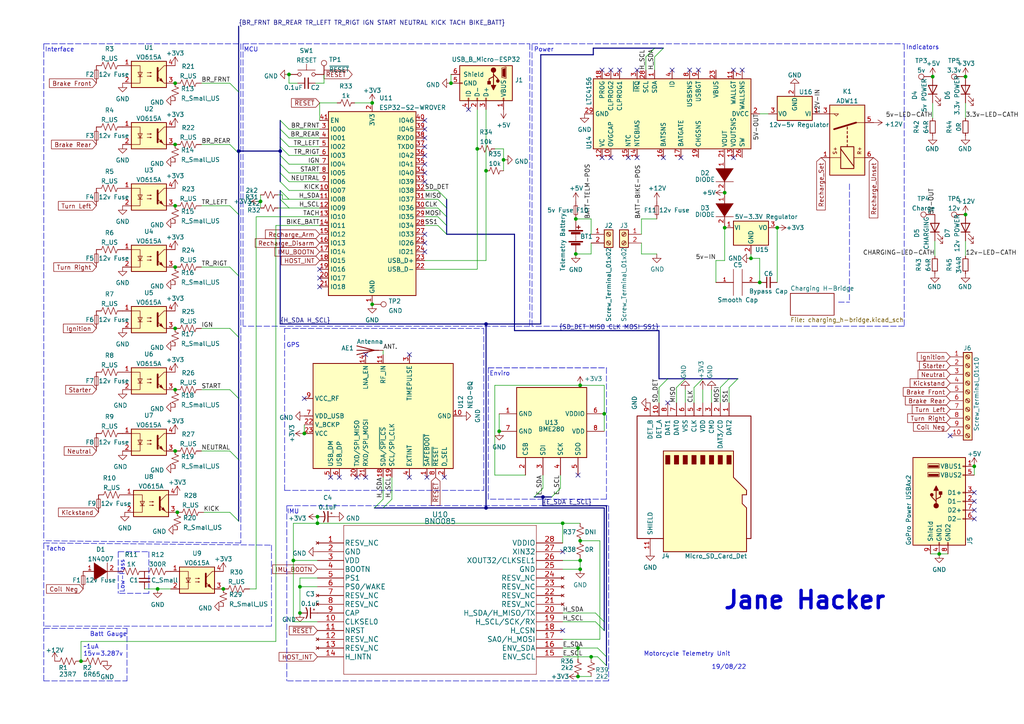
<source format=kicad_sch>
(kicad_sch (version 20211123) (generator eeschema)
  (paper "A4")
  (bus_alias "INPUT" (members))
  (junction (at 163.195 151.765))
  (junction (at 272.415 160.655))
  (junction (at 167.005 63.5))
  (junction (at 50.8 24.13))
  (junction (at 146.05 46.355))
  (junction (at 167.64 187.96))
  (junction (at 23.495 191.77))
  (junction (at 50.8 77.47))
  (junction (at 75.565 58.42))
  (junction (at 171.45 190.5))
  (junction (at 175.26 120.015))
  (junction (at 167.005 73.66))
  (junction (at 88.265 125.73))
  (junction (at 168.275 165.1))
  (junction (at 210.185 55.88))
  (junction (at 225.425 66.04))
  (junction (at 81.28 43.815))
  (junction (at 144.78 125.095))
  (junction (at 85.09 162.56))
  (junction (at 50.8 130.81))
  (junction (at 220.345 81.915))
  (junction (at 217.805 74.93))
  (junction (at 92.075 151.765))
  (junction (at 50.8 59.69))
  (junction (at 168.275 162.56))
  (junction (at 92.075 149.86))
  (junction (at 140.97 147.32))
  (junction (at 168.275 156.845))
  (junction (at 64.77 170.815))
  (junction (at 69.215 43.815))
  (junction (at 107.95 88.265))
  (junction (at 157.48 144.145))
  (junction (at 280.035 22.225))
  (junction (at 270.51 22.225))
  (junction (at 50.8 95.25))
  (junction (at 50.8 113.03))
  (junction (at 282.575 135.255))
  (junction (at 140.97 93.98))
  (junction (at 86.995 177.8))
  (junction (at 50.8 41.91))
  (junction (at 140.97 49.53))
  (junction (at 86.995 170.18))
  (junction (at 138.43 43.18))
  (junction (at 168.275 111.76))
  (junction (at 210.185 66.04))
  (junction (at 45.72 170.815))
  (junction (at 280.035 62.23))
  (junction (at 167.64 196.215))
  (junction (at 83.82 21.59))
  (junction (at 51.435 148.59))
  (junction (at 130.81 24.13))
  (junction (at 107.95 29.845))
  (no_connect (at 167.64 137.795))
  (no_connect (at 193.675 116.84))
  (no_connect (at 135.89 31.75))
  (no_connect (at 95.885 138.43))
  (no_connect (at 98.425 138.43))
  (no_connect (at 103.505 138.43))
  (no_connect (at 106.045 138.43))
  (no_connect (at 123.825 138.43))
  (no_connect (at 282.575 142.875))
  (no_connect (at 282.575 145.415))
  (no_connect (at 282.575 147.955))
  (no_connect (at 282.575 150.495))
  (no_connect (at 163.195 160.02))
  (no_connect (at 163.195 182.88))
  (no_connect (at 184.785 20.32))
  (no_connect (at 179.705 20.32))
  (no_connect (at 177.165 20.32))
  (no_connect (at 174.625 20.32))
  (no_connect (at 182.245 45.72))
  (no_connect (at 184.785 45.72))
  (no_connect (at 192.405 45.72))
  (no_connect (at 197.485 45.72))
  (no_connect (at 202.565 20.32))
  (no_connect (at 200.025 20.32))
  (no_connect (at 194.945 20.32))
  (no_connect (at 174.625 45.72))
  (no_connect (at 177.165 45.72))
  (no_connect (at 215.265 20.32))
  (no_connect (at 212.725 20.32))
  (no_connect (at 212.725 45.72))
  (no_connect (at 275.59 126.365))
  (no_connect (at 88.265 115.57))
  (no_connect (at 106.045 102.87))
  (no_connect (at 118.745 102.87))
  (no_connect (at 118.745 138.43))
  (no_connect (at 128.905 138.43))
  (no_connect (at 92.71 78.105))
  (no_connect (at 92.71 83.185))
  (no_connect (at 92.71 80.645))
  (no_connect (at 123.19 34.925))
  (no_connect (at 123.19 50.165))
  (no_connect (at 123.19 52.705))
  (no_connect (at 123.19 67.945))
  (no_connect (at 123.19 70.485))
  (no_connect (at 123.19 37.465))
  (no_connect (at 123.19 40.005))
  (no_connect (at 123.19 42.545))
  (no_connect (at 123.19 45.085))
  (no_connect (at 123.19 47.625))
  (no_connect (at 123.19 73.025))
  (bus_entry (at 127 60.325) (size 2.54 2.54))
  (bus_entry (at 198.755 109.855) (size -2.54 2.54))
  (bus_entry (at 189.865 13.97) (size -2.54 2.54))
  (bus_entry (at 81.28 50.165) (size 2.54 2.54))
  (bus_entry (at 66.675 24.13) (size 2.54 2.54))
  (bus_entry (at 66.675 41.91) (size 2.54 2.54))
  (bus_entry (at 175.895 190.5) (size -2.54 -2.54))
  (bus_entry (at 66.675 113.03) (size 2.54 2.54))
  (bus_entry (at 66.675 77.47) (size 2.54 2.54))
  (bus_entry (at 111.125 147.32) (size 2.54 -2.54))
  (bus_entry (at 154.94 144.145) (size 2.54 -2.54))
  (bus_entry (at 81.28 40.005) (size 2.54 2.54))
  (bus_entry (at 81.28 47.625) (size 2.54 2.54))
  (bus_entry (at 160.02 144.145) (size 2.54 -2.54))
  (bus_entry (at 66.675 130.81) (size 2.54 2.54))
  (bus_entry (at 66.675 95.25) (size 2.54 2.54))
  (bus_entry (at 81.28 52.705) (size 2.54 2.54))
  (bus_entry (at 66.675 148.59) (size 2.54 2.54))
  (bus_entry (at 175.26 182.88) (size -2.54 -2.54))
  (bus_entry (at 213.995 109.855) (size -2.54 2.54))
  (bus_entry (at 108.585 147.32) (size 2.54 -2.54))
  (bus_entry (at 81.28 42.545) (size 2.54 2.54))
  (bus_entry (at 192.405 13.97) (size -2.54 2.54))
  (bus_entry (at 193.675 109.855) (size -2.54 2.54))
  (bus_entry (at 81.28 45.085) (size 2.54 2.54))
  (bus_entry (at 175.26 180.34) (size -2.54 -2.54))
  (bus_entry (at 81.28 37.465) (size 2.54 2.54))
  (bus_entry (at 175.895 193.04) (size -2.54 -2.54))
  (bus_entry (at 81.28 57.785) (size 2.54 2.54))
  (bus_entry (at 81.28 55.245) (size 2.54 2.54))
  (bus_entry (at 201.295 112.395) (size 2.54 -2.54))
  (bus_entry (at 208.915 112.395) (size 2.54 -2.54))
  (bus_entry (at 127 62.865) (size 2.54 2.54))
  (bus_entry (at 127 57.785) (size 2.54 2.54))
  (bus_entry (at 127 65.405) (size 2.54 2.54))
  (bus_entry (at 127 55.245) (size 2.54 2.54))
  (bus_entry (at 81.28 34.925) (size 2.54 2.54))
  (bus_entry (at 66.675 59.69) (size 2.54 2.54))
  (wire (pts (xy 217.805 73.66) (xy 217.805 74.93)))
  (wire (pts (xy 138.43 78.105) (xy 123.19 78.105)))
  (wire (pts (xy 83.82 52.705) (xy 92.71 52.705)))
  (wire (pts (xy 143.51 111.76) (xy 168.275 111.76)))
  (wire (pts (xy 93.98 24.13) (xy 93.98 21.59)))
  (wire (pts (xy 123.19 57.785) (xy 127 57.785)))
  (bus (pts (xy 129.54 67.945) (xy 149.225 67.945)))
  (wire (pts (xy 163.195 151.765) (xy 163.195 157.48)))
  (wire (pts (xy 92.075 180.34) (xy 85.09 180.34)))
  (bus (pts (xy 156.845 15.875) (xy 172.085 15.875)))
  (wire (pts (xy 186.055 70.485) (xy 186.055 73.66)))
  (wire (pts (xy 168.275 111.76) (xy 175.26 111.76)))
  (wire (pts (xy 86.995 177.8) (xy 86.995 170.18)))
  (bus (pts (xy 211.455 109.855) (xy 203.835 109.855)))
  (polyline (pts (xy 12.7 182.245) (xy 36.83 182.245)))
  (wire (pts (xy 111.125 138.43) (xy 111.125 144.78)))
  (wire (pts (xy 111.125 101.6) (xy 111.125 102.87)))
  (bus (pts (xy 193.675 109.855) (xy 191.135 109.855)))
  (wire (pts (xy 92.71 29.845) (xy 92.71 34.925)))
  (wire (pts (xy 92.71 65.405) (xy 80.01 65.405)))
  (polyline (pts (xy 154.305 12.7) (xy 262.255 12.7)))
  (wire (pts (xy 167.005 63.5) (xy 171.45 63.5)))
  (wire (pts (xy 80.645 56.515) (xy 81.915 56.515)))
  (wire (pts (xy 83.82 47.625) (xy 92.71 47.625)))
  (wire (pts (xy 280.035 34.29) (xy 280.035 29.845)))
  (wire (pts (xy 83.82 40.005) (xy 92.71 40.005)))
  (wire (pts (xy 74.295 62.865) (xy 74.295 170.815)))
  (bus (pts (xy 129.54 57.785) (xy 129.54 60.325)))
  (wire (pts (xy 203.835 113.03) (xy 203.835 116.84)))
  (wire (pts (xy 123.19 65.405) (xy 127 65.405)))
  (wire (pts (xy 80.645 60.325) (xy 83.82 60.325)))
  (wire (pts (xy 167.64 187.96) (xy 167.64 191.135)))
  (wire (pts (xy 208.915 112.395) (xy 208.915 116.84)))
  (bus (pts (xy 149.225 67.945) (xy 149.225 95.885)))
  (polyline (pts (xy 83.185 146.685) (xy 83.185 197.485)))
  (wire (pts (xy 85.09 151.765) (xy 92.075 151.765)))
  (bus (pts (xy 175.26 147.32) (xy 175.26 180.34)))
  (wire (pts (xy 198.755 113.03) (xy 198.755 116.84)))
  (polyline (pts (xy 243.205 87.63) (xy 246.38 87.63)))
  (wire (pts (xy 83.82 57.785) (xy 92.71 57.785)))
  (bus (pts (xy 213.995 109.855) (xy 211.455 109.855)))
  (wire (pts (xy 59.055 148.59) (xy 66.675 148.59)))
  (wire (pts (xy 130.81 21.59) (xy 130.81 24.13)))
  (bus (pts (xy 69.215 80.01) (xy 69.215 97.79)))
  (wire (pts (xy 58.42 59.69) (xy 66.675 59.69)))
  (wire (pts (xy 220.345 74.93) (xy 220.345 81.915)))
  (wire (pts (xy 220.345 33.02) (xy 222.885 33.02)))
  (wire (pts (xy 163.195 162.56) (xy 168.275 162.56)))
  (polyline (pts (xy 141.605 106.68) (xy 175.895 106.68)))
  (wire (pts (xy 201.295 112.395) (xy 201.295 116.84)))
  (wire (pts (xy 58.42 41.91) (xy 66.675 41.91)))
  (wire (pts (xy 92.075 167.64) (xy 86.995 167.64)))
  (wire (pts (xy 190.5 73.66) (xy 186.055 73.66)))
  (bus (pts (xy 154.94 144.145) (xy 157.48 144.145)))
  (bus (pts (xy 81.28 34.925) (xy 81.28 37.465)))
  (wire (pts (xy 123.19 60.325) (xy 127 60.325)))
  (wire (pts (xy 206.375 113.03) (xy 206.375 116.84)))
  (bus (pts (xy 81.28 55.245) (xy 81.28 57.785)))
  (wire (pts (xy 143.51 137.795) (xy 143.51 111.76)))
  (polyline (pts (xy 141.605 144.78) (xy 141.605 106.68)))
  (bus (pts (xy 129.54 62.865) (xy 129.54 65.405)))
  (wire (pts (xy 157.48 137.795) (xy 157.48 141.605)))
  (wire (pts (xy 138.43 31.75) (xy 138.43 43.18)))
  (wire (pts (xy 167.64 196.215) (xy 171.45 196.215)))
  (wire (pts (xy 92.075 151.765) (xy 163.195 151.765)))
  (wire (pts (xy 163.195 177.8) (xy 172.72 177.8)))
  (wire (pts (xy 23.495 186.055) (xy 80.01 186.055)))
  (wire (pts (xy 83.82 45.085) (xy 92.71 45.085)))
  (wire (pts (xy 168.275 162.56) (xy 168.275 165.1)))
  (bus (pts (xy 81.28 57.785) (xy 81.28 93.98)))
  (wire (pts (xy 163.195 165.1) (xy 168.275 165.1)))
  (polyline (pts (xy 78.74 158.115) (xy 78.74 181.61)))
  (wire (pts (xy 163.195 151.765) (xy 168.275 151.765)))
  (polyline (pts (xy 36.83 182.245) (xy 36.83 197.485)))
  (wire (pts (xy 58.42 113.03) (xy 66.675 113.03)))
  (wire (pts (xy 271.145 74.295) (xy 271.145 69.85)))
  (wire (pts (xy 92.075 151.765) (xy 92.075 149.86)))
  (bus (pts (xy 69.215 133.35) (xy 69.215 151.13)))
  (polyline (pts (xy 43.18 172.085) (xy 34.29 172.085)))
  (wire (pts (xy 45.72 170.815) (xy 49.53 170.815)))
  (wire (pts (xy 146.05 43.18) (xy 143.51 43.18)))
  (polyline (pts (xy 12.7 12.7) (xy 12.7 156.845)))
  (wire (pts (xy 210.185 75.565) (xy 207.645 75.565)))
  (wire (pts (xy 83.82 24.13) (xy 86.36 24.13)))
  (wire (pts (xy 75.565 58.42) (xy 75.565 60.325)))
  (polyline (pts (xy 12.7 157.48) (xy 78.74 158.115)))
  (bus (pts (xy 198.755 109.855) (xy 193.675 109.855)))
  (polyline (pts (xy 83.185 146.685) (xy 176.53 146.685)))
  (wire (pts (xy 146.05 46.355) (xy 146.05 43.18)))
  (polyline (pts (xy 12.7 197.485) (xy 12.7 182.245)))
  (wire (pts (xy 138.43 43.18) (xy 138.43 78.105)))
  (polyline (pts (xy 262.255 12.7) (xy 262.255 94.615)))
  (wire (pts (xy 191.135 112.395) (xy 191.135 116.84)))
  (bus (pts (xy 69.215 43.815) (xy 69.215 44.45)))
  (polyline (pts (xy 34.29 160.02) (xy 43.18 160.02)))
  (polyline (pts (xy 176.53 197.485) (xy 83.185 197.485)))
  (polyline (pts (xy 12.7 197.485) (xy 36.83 197.485)))
  (wire (pts (xy 144.78 120.015) (xy 144.78 125.095)))
  (polyline (pts (xy 69.85 157.48) (xy 12.7 156.845)))
  (wire (pts (xy 163.195 187.96) (xy 167.64 187.96)))
  (bus (pts (xy 69.215 26.67) (xy 69.215 43.815)))
  (bus (pts (xy 81.28 42.545) (xy 81.28 43.815)))
  (wire (pts (xy 171.45 190.5) (xy 171.45 191.135)))
  (wire (pts (xy 80.01 65.405) (xy 80.01 186.055)))
  (wire (pts (xy 75.565 56.515) (xy 75.565 58.42)))
  (wire (pts (xy 167.64 187.96) (xy 173.355 187.96)))
  (wire (pts (xy 272.415 160.655) (xy 274.955 160.655)))
  (wire (pts (xy 175.26 111.76) (xy 175.26 120.015)))
  (polyline (pts (xy 153.67 12.7) (xy 153.67 94.615)))
  (wire (pts (xy 270.51 34.29) (xy 270.51 29.845)))
  (bus (pts (xy 175.895 146.685) (xy 175.895 190.5)))
  (wire (pts (xy 83.82 50.165) (xy 92.71 50.165)))
  (bus (pts (xy 140.97 93.98) (xy 140.97 147.32)))
  (bus (pts (xy 149.225 95.885) (xy 191.135 95.885)))
  (bus (pts (xy 192.405 13.97) (xy 189.865 13.97)))
  (wire (pts (xy 186.055 63.5) (xy 186.055 67.945)))
  (bus (pts (xy 69.215 43.815) (xy 81.28 43.815)))
  (bus (pts (xy 81.28 43.815) (xy 81.28 45.085)))
  (wire (pts (xy 162.56 137.795) (xy 162.56 141.605)))
  (wire (pts (xy 123.19 75.565) (xy 140.97 75.565)))
  (wire (pts (xy 163.195 185.42) (xy 173.99 185.42)))
  (wire (pts (xy 58.42 24.13) (xy 66.675 24.13)))
  (wire (pts (xy 163.195 180.34) (xy 172.72 180.34)))
  (bus (pts (xy 81.28 37.465) (xy 81.28 40.005)))
  (bus (pts (xy 81.28 45.085) (xy 81.28 47.625)))
  (polyline (pts (xy 176.53 146.685) (xy 176.53 197.485)))
  (wire (pts (xy 146.05 49.53) (xy 146.05 46.355)))
  (bus (pts (xy 69.215 44.45) (xy 69.215 62.23)))
  (bus (pts (xy 81.28 47.625) (xy 81.28 50.165)))
  (wire (pts (xy 85.09 180.34) (xy 85.09 162.56)))
  (polyline (pts (xy 175.895 144.78) (xy 141.605 144.78)))
  (wire (pts (xy 282.575 135.255) (xy 282.575 137.795)))
  (wire (pts (xy 102.87 29.845) (xy 107.95 29.845)))
  (polyline (pts (xy 82.55 142.24) (xy 82.55 95.25)))
  (bus (pts (xy 203.835 109.855) (xy 198.755 109.855)))
  (bus (pts (xy 175.895 193.04) (xy 175.895 190.5)))
  (wire (pts (xy 83.82 60.325) (xy 92.71 60.325)))
  (polyline (pts (xy 43.18 160.02) (xy 43.18 172.085)))
  (wire (pts (xy 175.26 120.015) (xy 175.26 125.095)))
  (bus (pts (xy 156.845 93.98) (xy 156.845 15.875)))
  (bus (pts (xy 172.085 13.97) (xy 189.865 13.97)))
  (polyline (pts (xy 175.895 106.68) (xy 175.895 144.78)))
  (bus (pts (xy 175.26 182.88) (xy 175.26 180.34)))
  (bus (pts (xy 157.48 144.145) (xy 160.02 144.145)))
  (wire (pts (xy 210.185 66.04) (xy 210.185 75.565)))
  (wire (pts (xy 168.275 161.925) (xy 168.275 162.56)))
  (bus (pts (xy 129.54 65.405) (xy 129.54 67.945)))
  (bus (pts (xy 140.97 147.32) (xy 175.26 147.32)))
  (bus (pts (xy 111.125 147.32) (xy 140.97 147.32)))
  (wire (pts (xy 92.075 162.56) (xy 85.09 162.56)))
  (polyline (pts (xy 140.335 95.25) (xy 140.335 142.24)))
  (wire (pts (xy 58.42 95.25) (xy 66.675 95.25)))
  (polyline (pts (xy 262.255 94.615) (xy 154.305 94.615)))
  (wire (pts (xy 113.665 138.43) (xy 113.665 144.78)))
  (polyline (pts (xy 82.55 142.24) (xy 140.335 142.24)))
  (bus (pts (xy 108.585 147.32) (xy 111.125 147.32)))
  (wire (pts (xy 152.4 137.795) (xy 143.51 137.795)))
  (wire (pts (xy 81.915 56.515) (xy 81.915 57.785)))
  (polyline (pts (xy 82.55 95.25) (xy 140.335 95.25)))
  (wire (pts (xy 196.215 112.395) (xy 196.215 116.84)))
  (wire (pts (xy 140.97 31.75) (xy 140.97 49.53)))
  (bus (pts (xy 81.28 40.005) (xy 81.28 42.545)))
  (wire (pts (xy 83.82 21.59) (xy 83.82 24.13)))
  (wire (pts (xy 211.455 112.395) (xy 211.455 116.84)))
  (wire (pts (xy 83.82 55.245) (xy 92.71 55.245)))
  (wire (pts (xy 220.345 74.93) (xy 217.805 74.93)))
  (wire (pts (xy 91.44 24.13) (xy 93.98 24.13)))
  (bus (pts (xy 81.28 50.165) (xy 81.28 52.705)))
  (wire (pts (xy 207.645 75.565) (xy 207.645 81.915)))
  (polyline (pts (xy 78.74 181.61) (xy 12.7 181.61)))
  (wire (pts (xy 83.82 42.545) (xy 92.71 42.545)))
  (wire (pts (xy 92.71 62.865) (xy 74.295 62.865)))
  (polyline (pts (xy 246.38 53.34) (xy 246.38 87.63)))
  (bus (pts (xy 69.215 115.57) (xy 69.215 133.35)))
  (bus (pts (xy 157.48 146.685) (xy 175.895 146.685)))
  (bus (pts (xy 69.215 62.23) (xy 69.215 80.01)))
  (polyline (pts (xy 141.605 106.68) (xy 175.895 106.68)))
  (wire (pts (xy 171.45 73.66) (xy 171.45 70.485)))
  (wire (pts (xy 83.82 37.465) (xy 92.71 37.465)))
  (wire (pts (xy 72.39 170.815) (xy 74.295 170.815)))
  (wire (pts (xy 58.42 77.47) (xy 66.675 77.47)))
  (wire (pts (xy 41.91 170.815) (xy 45.72 170.815)))
  (polyline (pts (xy 34.29 160.02) (xy 34.29 172.085)))
  (wire (pts (xy 81.915 57.785) (xy 83.82 57.785)))
  (bus (pts (xy 69.215 97.79) (xy 69.215 115.57)))
  (wire (pts (xy 171.45 190.5) (xy 173.355 190.5)))
  (bus (pts (xy 81.28 93.98) (xy 140.97 93.98)))
  (wire (pts (xy 123.19 55.245) (xy 127 55.245)))
  (wire (pts (xy 190.5 63.5) (xy 186.055 63.5)))
  (bus (pts (xy 191.135 95.885) (xy 191.135 109.855)))
  (bus (pts (xy 157.48 144.145) (xy 157.48 146.685)))
  (wire (pts (xy 86.995 167.64) (xy 86.995 170.18)))
  (wire (pts (xy 171.45 63.5) (xy 171.45 67.945)))
  (wire (pts (xy 85.09 162.56) (xy 85.09 151.765)))
  (wire (pts (xy 23.495 191.77) (xy 23.495 186.055)))
  (wire (pts (xy 225.425 66.04) (xy 225.425 81.915)))
  (bus (pts (xy 129.54 60.325) (xy 129.54 62.865)))
  (polyline (pts (xy 153.67 94.615) (xy 70.485 94.615)))
  (wire (pts (xy 86.995 170.18) (xy 92.075 170.18)))
  (polyline (pts (xy 69.85 12.7) (xy 69.85 157.48)))
  (wire (pts (xy 167.005 73.66) (xy 171.45 73.66)))
  (wire (pts (xy 92.71 29.845) (xy 97.79 29.845)))
  (polyline (pts (xy 154.305 94.615) (xy 154.305 12.7)))
  (bus (pts (xy 69.215 7.62) (xy 69.215 26.67)))
  (polyline (pts (xy 12.7 12.7) (xy 69.85 12.7)))
  (wire (pts (xy 168.275 156.845) (xy 173.99 156.845)))
  (bus (pts (xy 172.085 15.875) (xy 172.085 13.97)))
  (polyline (pts (xy 12.7 157.48) (xy 12.7 181.61)))
  (bus (pts (xy 140.97 93.98) (xy 156.845 93.98)))
  (wire (pts (xy 58.42 130.81) (xy 66.675 130.81)))
  (polyline (pts (xy 70.485 12.7) (xy 70.485 94.615)))
  (polyline (pts (xy 70.485 12.7) (xy 153.67 12.7)))
  (wire (pts (xy 189.865 16.51) (xy 189.865 20.32)))
  (wire (pts (xy 88.265 123.19) (xy 88.265 125.73)))
  (wire (pts (xy 123.19 62.865) (xy 127 62.865)))
  (wire (pts (xy 173.99 156.845) (xy 173.99 185.42)))
  (wire (pts (xy 280.035 74.295) (xy 280.035 69.85)))
  (wire (pts (xy 140.97 49.53) (xy 140.97 75.565)))
  (wire (pts (xy 187.325 16.51) (xy 187.325 20.32)))
  (wire (pts (xy 269.875 160.655) (xy 272.415 160.655)))
  (wire (pts (xy 163.195 190.5) (xy 171.45 190.5)))
  (text "MCU" (at 74.93 15.24 180) (effects (font (size 1.27 1.27)) (justify right bottom)))
  (text "Jane Hacker" (at 209.55 177.165 0) (effects (font (size 5 5) (thickness 1) bold) (justify left bottom)))
  (text "Low-Pass" (at 36.195 172.085 90) (effects (font (size 1.27 1.27)) (justify left bottom)))
  (text "Interface" (at 21.59 15.24 180) (effects (font (size 1.27 1.27)) (justify right bottom)))
  (text "Power" (at 160.655 15.24 180) (effects (font (size 1.27 1.27)) (justify right bottom)))
  (text "Motorcycle Telemetry Unit" (at 186.69 190.5 0) (effects (font (size 1.27 1.27)) (justify left bottom)))
  (text "19/08/22" (at 206.375 194.31 0) (effects (font (size 1.27 1.27)) (justify left bottom)))
  (text "GPS" (at 86.995 100.965 180) (effects (font (size 1.27 1.27)) (justify right bottom)))
  (text "Enviro\n" (at 147.955 109.22 180) (effects (font (size 1.27 1.27)) (justify right bottom)))
  (text "Batt Gauge" (at 26.035 184.785 0) (effects (font (size 1.27 1.27)) (justify left bottom)))
  (text "Indicators" (at 272.415 14.605 180) (effects (font (size 1.27 1.27)) (justify right bottom)))
  (text "~1uA\n15v=3.287v" (at 24.13 190.5 0) (effects (font (size 1.27 1.27)) (justify left bottom)))
  (text "IMU" (at 83.185 149.225 0) (effects (font (size 1.27 1.27)) (justify left bottom)))
  (text "Tacho" (at 13.335 160.02 0) (effects (font (size 1.27 1.27)) (justify left bottom)))
  (label "BR_FRNT" (at 58.42 24.13 0))
  (label "BR_FRNT" (at 92.71 37.465 180))
  (label "MISO" (at 123.19 57.785 0))
  (label "{E_SDA E_SCL}" (at 157.48 146.685 0))
  (label "SS1" (at 123.19 65.405 0))
  (label "SD_DET" (at 191.135 116.84 90))
  (label "NEUTRAL" (at 58.42 130.81 0))
  (label "IGN" (at 58.42 95.25 0))
  (label "NEUTRAL" (at 92.71 52.705 180))
  (label "KICK" (at 92.71 55.245 180))
  (label "H_SDA" (at 92.71 57.785 180))
  (label "5v-IN" (at 207.645 75.565 180))
  (label "KICK" (at 59.055 148.59 0))
  (label "E_SDA" (at 163.195 187.96 0))
  (label "H_SCL" (at 187.325 20.32 90))
  (label "12v-LED-CATH" (at 280.035 74.295 0))
  (label "H_SDA" (at 163.195 177.8 0))
  (label "TR_LEFT" (at 58.42 59.69 0))
  (label "E_SDA" (at 157.48 137.795 270))
  (label "BIKE_BATT" (at 92.71 65.405 180))
  (label "MOSI" (at 208.915 116.84 90))
  (label "ANT." (at 111.125 101.6 0))
  (label "TACH" (at 92.71 62.865 180))
  (label "{SD_DET MISO CLK MOSI SS1}" (at 191.135 95.885 180))
  (label "BR_REAR" (at 92.71 40.005 180))
  (label "BATT-TELM-POS" (at 171.45 63.5 90))
  (label "TR_RIGT" (at 92.71 45.085 180))
  (label "5V-OUT" (at 220.345 33.02 270))
  (label "BATT-BIKE-POS" (at 186.055 63.5 90))
  (label "E_SCL" (at 163.195 190.5 0))
  (label "H_SCL" (at 113.665 138.43 270))
  (label "BR_REAR" (at 58.42 41.91 0))
  (label "5V-OUT" (at 271.145 62.23 90))
  (label "IGN" (at 92.71 47.625 180))
  (label "CLK" (at 201.295 116.84 90))
  (label "H_SCL" (at 163.195 180.34 0))
  (label "3.3v-LED-CATH" (at 280.035 34.29 0))
  (label "SS1" (at 211.455 116.84 90))
  (label "{BR_FRNT BR_REAR TR_LEFT TR_RIGT IGN START NEUTRAL KICK TACH BIKE_BATT}" (at 69.215 7.62 0))
  (label "MOSI" (at 123.19 62.865 0))
  (label "TR_LEFT" (at 92.71 42.545 180))
  (label "START" (at 92.71 50.165 180))
  (label "CHARGING-LED-CATH" (at 271.145 74.295 180))
  (label "5v-LED-CATH" (at 270.51 34.29 180))
  (label "E_SCL" (at 162.56 137.795 270))
  (label "H_SDA" (at 111.125 138.43 270))
  (label "H_SDA" (at 189.865 20.32 90))
  (label "CLK" (at 123.19 60.325 0))
  (label "H_SCL" (at 92.71 60.325 180))
  (label "{H_SDA H_SCL}" (at 81.28 93.98 0))
  (label "SD_DET" (at 123.19 55.245 0))
  (label "MISO" (at 196.215 116.84 90))
  (label "12V-IN" (at 238.125 33.02 90))
  (label "TR_RIGT" (at 58.42 77.47 0))
  (label "START" (at 58.42 113.03 0))
  (global_label "Neutral" (shape input) (at 27.94 130.81 180) (property "Intersheet References" "${INTERSHEET_REFS}" (effects hide)))
  (global_label "Turn Left" (shape input) (at 275.59 118.745 180) (property "Intersheet References" "${INTERSHEET_REFS}" (effects hide)))
  (global_label "~{RESET}" (shape output) (at 93.98 21.59 0) (property "Intersheet References" "${INTERSHEET_REFS}" (effects hide)))
  (global_label "IMU_BOOTN" (shape input) (at 92.075 165.1 180) (property "Intersheet References" "${INTERSHEET_REFS}" (effects hide)))
  (global_label "Coil Neg" (shape input) (at 275.59 123.825 180) (property "Intersheet References" "${INTERSHEET_REFS}" (effects hide)))
  (global_label "Brake Front" (shape input) (at 27.94 24.13 180) (property "Intersheet References" "${INTERSHEET_REFS}" (effects hide)))
  (global_label "IMU_BOOTN" (shape input) (at 92.71 73.025 180) (property "Intersheet References" "${INTERSHEET_REFS}" (effects hide)))
  (global_label "Kickstand" (shape input) (at 28.575 148.59 180) (property "Intersheet References" "${INTERSHEET_REFS}" (effects hide)))
  (global_label "Turn Right" (shape input) (at 27.94 77.47 180) (property "Intersheet References" "${INTERSHEET_REFS}" (effects hide)))
  (global_label "Kickstand" (shape input) (at 275.59 111.125 180) (property "Intersheet References" "${INTERSHEET_REFS}" (effects hide)))
  (global_label "HOST_INT" (shape input) (at 92.075 190.5 180) (property "Intersheet References" "${INTERSHEET_REFS}" (effects hide)))
  (global_label "~{RESET}" (shape input) (at 126.365 138.43 270) (property "Intersheet References" "${INTERSHEET_REFS}" (effects hide)))
  (global_label "~{RESET}" (shape input) (at 92.075 182.88 180) (property "Intersheet References" "${INTERSHEET_REFS}" (effects hide)))
  (global_label "Brake Rear" (shape input) (at 27.94 41.91 180) (property "Intersheet References" "${INTERSHEET_REFS}" (effects hide)))
  (global_label "Neutral" (shape input) (at 275.59 108.585 180) (property "Intersheet References" "${INTERSHEET_REFS}" (effects hide)))
  (global_label "Coil Neg" (shape input) (at 24.13 170.815 180) (property "Intersheet References" "${INTERSHEET_REFS}" (effects hide)))
  (global_label "HOST_INT" (shape input) (at 92.71 75.565 180) (property "Intersheet References" "${INTERSHEET_REFS}" (effects hide)))
  (global_label "Brake Rear" (shape input) (at 275.59 116.205 180) (property "Intersheet References" "${INTERSHEET_REFS}" (effects hide)))
  (global_label "Recharge_Arm" (shape input) (at 92.71 67.945 180) (property "Intersheet References" "${INTERSHEET_REFS}" (effects hide)))
  (global_label "Starter" (shape input) (at 275.59 106.045 180) (property "Intersheet References" "${INTERSHEET_REFS}" (effects hide)))
  (global_label "Recharge_Unset" (shape input) (at 253.365 45.72 270) (property "Intersheet References" "${INTERSHEET_REFS}" (effects hide)))
  (global_label "Ignition" (shape input) (at 275.59 103.505 180) (property "Intersheet References" "${INTERSHEET_REFS}" (effects hide)))
  (global_label "Recharge_Disarm" (shape input) (at 92.71 70.485 180) (property "Intersheet References" "${INTERSHEET_REFS}" (effects hide)))
  (global_label "Brake Front" (shape input) (at 275.59 113.665 180) (property "Intersheet References" "${INTERSHEET_REFS}" (effects hide)))
  (global_label "Turn Left" (shape input) (at 27.94 59.69 180) (property "Intersheet References" "${INTERSHEET_REFS}" (effects hide)))
  (global_label "Turn Right" (shape input) (at 275.59 121.285 180) (property "Intersheet References" "${INTERSHEET_REFS}" (effects hide)))
  (global_label "Recharge_Set" (shape input) (at 238.125 45.72 270) (property "Intersheet References" "${INTERSHEET_REFS}" (effects hide)))
  (global_label "Ignition" (shape input) (at 27.94 95.25 180) (property "Intersheet References" "${INTERSHEET_REFS}" (effects hide)))
  (global_label "~{RESET}" (shape input) (at 92.71 29.845 180) (property "Intersheet References" "${INTERSHEET_REFS}" (effects hide)))
  (global_label "Starter" (shape input) (at 27.94 113.03 180) (property "Intersheet References" "${INTERSHEET_REFS}" (effects hide)))
  (symbol (lib_id "Device:C_Polarized_Small_US") (at 89.535 177.8 270) (unit 1)
    (property "Reference" "C3" (at 89.9668 172.2841 90))
    (property "Value" "0.1uF" (at 89.9668 175.0592 90))
    (property "Footprint" "Capacitor_SMD:C_1206_3216Metric" (effects hide))
  )
  (symbol (lib_id "Device:LED") (at 270.51 26.035 90) (unit 1)
    (property "Reference" "D4" (at 265.2735 27.6225 0))
    (property "Value" "5v POWER" (at 268.0486 27.6225 0))
    (property "Footprint" "LED_SMD:LED_1206_3216Metric" (effects hide))
  )
  (symbol (lib_id "Isolator:VO615A") (at 43.18 39.37 0) (unit 1)
    (property "Reference" "U2" (at 43.18 31.5935 0))
    (property "Value" "VO615A" (at 43.18 34.3686 0))
    (property "Footprint" "VO615A:DIP762W50P254L458H480Q4" (effects hide))
    (property "Datasheet" "http://www.vishay.com/docs/81753/vo615a.pdf" (effects hide))
  )
  (symbol (lib_id "Device:R_Small_US") (at 78.105 60.325 90) (unit 1)
    (property "Reference" "R32" (at 73.66 60.96 90))
    (property "Value" "2k2" (at 73.66 59.055 90))
    (property "Footprint" "Resistor_SMD:R_1206_3216Metric" (effects hide))
  )
  (symbol (lib_id "Device:R_US") (at 19.685 191.77 90) (unit 1)
    (property "Reference" "R1" (at 19.685 193.675 90) (effects (justify left)))
    (property "Value" "23R7" (at 22.225 195.58 90) (effects (justify left)))
    (property "Footprint" "Resistor_SMD:R_1206_3216Metric" (effects hide))
  )
  (symbol (lib_id "power:GND") (at 45.72 170.815 0) (unit 1)
    (property "Reference" "#PWR011" (effects hide))
    (property "Value" "GND" (at 45.72 175.3775 0))
  )
  (symbol (lib_id "Device:R_Small_US") (at 171.45 193.675 180) (unit 1)
    (property "Reference" "R39" (at 174.625 194.31 0))
    (property "Value" "2k2" (at 174.625 196.215 0))
    (property "Footprint" "Resistor_SMD:R_1206_3216Metric" (effects hide))
  )
  (symbol (lib_id "power:GND") (at 146.05 46.355 90) (unit 1)
    (property "Reference" "#PWR044" (effects hide))
    (property "Value" "GND" (at 149.225 46.834 90) (effects (justify right)))
  )
  (symbol (lib_id "Device:Fuse_Small") (at 24.13 168.275 90) (unit 1)
    (property "Reference" "F1" (at 22.225 168.275 90))
    (property "Value" "12v Fuse" (at 29.21 168.275 90))
    (property "Footprint" "BK-6013:FUSE_BK-6013" (effects hide))
  )
  (symbol (lib_id "power:+3.3V") (at 51.435 143.51 0) (unit 1)
    (property "Reference" "#PWR026" (effects hide))
    (property "Value" "+3.3V" (at 51.435 139.9055 0))
  )
  (symbol (lib_id "power:GND") (at 270.51 39.37 0) (unit 1)
    (property "Reference" "#PWR067" (effects hide))
    (property "Value" "GND" (at 272.415 43.18 0) (effects (justify right)))
  )
  (symbol (lib_id "power:GND") (at 230.505 25.4 180) (unit 1)
    (property "Reference" "#PWR064" (effects hide))
    (property "Value" "GND" (at 230.505 21.7955 0))
  )
  (symbol (lib_id "Device:R_Small_US") (at 50.8 97.79 0) (unit 1)
    (property "Reference" "R17" (at 52.451 96.8815 0) (effects (justify left)))
    (property "Value" "R_Small_US" (at 52.451 99.6566 0) (effects (justify left)))
    (property "Footprint" "Resistor_SMD:R_1206_3216Metric" (effects hide))
  )
  (symbol (lib_id "power:+3.3V") (at 50.8 107.95 0) (unit 1)
    (property "Reference" "#PWR022" (effects hide))
    (property "Value" "+3.3V" (at 50.8 104.3455 0))
  )
  (symbol (lib_id "power:GND") (at 188.595 116.84 270) (unit 1)
    (property "Reference" "#PWR054" (effects hide))
    (property "Value" "GND" (at 184.0325 116.84 0))
  )
  (symbol (lib_id "RF_GPS:NEO-8Q") (at 111.125 120.65 90) (unit 1)
    (property "Reference" "U12" (at 133.5945 118.6306 0) (effects (justify left)))
    (property "Value" "NEO-8Q" (at 136.3696 118.6306 0) (effects (justify left)))
    (property "Footprint" "RF_GPS:ublox_NEO" (effects hide))
    (property "Datasheet" "https://www.u-blox.com/sites/default/files/NEO-8Q_DataSheet_%28UBX-15031913%29.pdf" (effects hide))
  )
  (symbol (lib_id "Device:R_US") (at 68.58 170.815 90) (unit 1)
    (property "Reference" "R30" (at 68.58 165.9595 90))
    (property "Value" "R_US" (at 68.58 168.7346 90))
    (property "Footprint" "Resistor_SMD:R_1206_3216Metric" (effects hide))
  )
  (symbol (lib_id "power:GND") (at 167.005 73.66 0) (unit 1)
    (property "Reference" "#PWR048" (effects hide))
    (property "Value" "GND" (at 167.005 78.2225 0))
  )
  (symbol (lib_id "power:GND") (at 35.56 24.13 0) (unit 1)
    (property "Reference" "#PWR03" (effects hide))
    (property "Value" "GND" (at 35.56 28.6925 0))
  )
  (symbol (lib_id "power:+3.3V") (at 50.8 36.83 0) (unit 1)
    (property "Reference" "#PWR014" (effects hide))
    (property "Value" "+3.3V" (at 50.8 33.2255 0))
  )
  (symbol (lib_id "Isolator:VO615A") (at 57.15 168.275 0) (unit 1)
    (property "Reference" "U9" (at 57.15 160.4985 0))
    (property "Value" "VO615A" (at 57.15 163.2736 0))
    (property "Footprint" "VO615A:DIP762W50P254L458H480Q4" (effects hide))
    (property "Datasheet" "http://www.vishay.com/docs/81753/vo615a.pdf" (effects hide))
  )
  (symbol (lib_id "Device:Fuse_Small") (at 27.94 21.59 90) (unit 1)
    (property "Reference" "F2" (at 26.035 21.59 90))
    (property "Value" "12v Fuse" (at 33.02 21.59 90))
    (property "Footprint" "BK-6013:FUSE_BK-6013" (effects hide))
  )
  (symbol (lib_id "power:GND") (at 50.8 82.55 270) (unit 1)
    (property "Reference" "#PWR019" (effects hide))
    (property "Value" "GND" (at 47.6251 83.029 90) (effects (justify right)))
  )
  (symbol (lib_id "pspice:DIODE") (at 210.185 50.8 270) (unit 1)
    (property "Reference" "D2" (at 204.47 50.165 90))
    (property "Value" "DIODE" (at 204.47 52.07 90))
    (property "Footprint" "Diode_THT:D_DO-35_SOD27_P7.62mm_Horizontal" (effects hide))
  )
  (symbol (lib_id "power:+12V") (at 280.035 62.23 0) (unit 1)
    (property "Reference" "#PWR082" (effects hide))
    (property "Value" "+12V" (at 277.495 58.42 0) (effects (justify left)))
  )
  (symbol (lib_id "power:GND") (at 35.56 41.91 0) (unit 1)
    (property "Reference" "#PWR04" (effects hide))
    (property "Value" "GND" (at 35.56 46.4725 0))
  )
  (symbol (lib_id "Device:R_Small_US") (at 51.435 151.13 0) (unit 1)
    (property "Reference" "R20" (at 53.086 150.2215 0) (effects (justify left)))
    (property "Value" "R_Small_US" (at 53.086 152.9966 0) (effects (justify left)))
    (property "Footprint" "Resistor_SMD:R_1206_3216Metric" (effects hide))
  )
  (symbol (lib_id "Regulator_Linear:KA78M05_TO252") (at 217.805 66.04 0) (unit 1)
    (property "Reference" "U15" (at 220.98 72.39 0))
    (property "Value" "5V-3.3V Regulator" (at 222.25 62.865 0))
    (property "Footprint" "Package_TO_SOT_SMD:TO-252-2" (effects hide))
    (property "Datasheet" "https://www.onsemi.com/pub/Collateral/MC78M00-D.PDF" (effects hide))
  )
  (symbol (lib_id "power:GND") (at 198.755 113.03 180) (unit 1)
    (property "Reference" "#PWR058" (effects hide))
    (property "Value" "GND" (at 198.276 109.8551 90) (effects (justify right)))
  )
  (symbol (lib_id "Device:Fuse_Small") (at 27.94 110.49 90) (unit 1)
    (property "Reference" "F7" (at 26.035 110.49 90))
    (property "Value" "12v Fuse" (at 33.02 110.49 90))
    (property "Footprint" "BK-6013:FUSE_BK-6013" (effects hide))
  )
  (symbol (lib_id "Device:R_Small_US") (at 168.275 159.385 0) (unit 1)
    (property "Reference" "R38" (at 163.195 159.385 0) (effects (justify left)))
    (property "Value" "0R" (at 169.545 159.385 0) (effects (justify left)))
    (property "Footprint" "Resistor_SMD:R_1206_3216Metric" (effects hide))
  )
  (symbol (lib_id "power:GND") (at 50.8 100.33 270) (unit 1)
    (property "Reference" "#PWR021" (effects hide))
    (property "Value" "GND" (at 47.6251 100.809 90) (effects (justify right)))
  )
  (symbol (lib_id "Device:LED") (at 271.145 66.04 90) (unit 1)
    (property "Reference" "D5" (at 265.9085 67.6275 0))
    (property "Value" "CHARGING" (at 268.6836 67.6275 0))
    (property "Footprint" "LED_SMD:LED_1206_3216Metric" (effects hide))
  )
  (symbol (lib_id "power:GND") (at 35.56 95.25 0) (unit 1)
    (property "Reference" "#PWR07" (effects hide))
    (property "Value" "GND" (at 35.56 99.8125 0))
  )
  (symbol (lib_id "Device:R_US") (at 31.75 125.73 90) (unit 1)
    (property "Reference" "R9" (at 31.75 120.8745 90))
    (property "Value" "R_US" (at 31.75 123.6496 90))
    (property "Footprint" "Resistor_SMD:R_1206_3216Metric" (effects hide))
  )
  (symbol (lib_id "Device:LED") (at 280.035 66.04 90) (unit 1)
    (property "Reference" "D7" (at 274.7985 67.6275 0))
    (property "Value" "12v POWER" (at 277.5736 67.6275 0))
    (property "Footprint" "LED_SMD:LED_1206_3216Metric" (effects hide))
  )
  (symbol (lib_id "Device:R_US") (at 54.61 130.81 90) (unit 1)
    (property "Reference" "R27" (at 54.61 125.9545 90))
    (property "Value" "R_US" (at 54.61 128.7296 90))
    (property "Footprint" "Resistor_SMD:R_1206_3216Metric" (effects hide))
  )
  (symbol (lib_id "Device:R_Small_US") (at 140.97 43.18 90) (unit 1)
    (property "Reference" "R34" (at 140.97 38.3245 90))
    (property "Value" "10k" (at 140.97 41.0996 90))
    (property "Footprint" "Resistor_SMD:R_1206_3216Metric" (effects hide))
  )
  (symbol (lib_id "power:+3.3V") (at 167.64 196.215 90) (unit 1)
    (property "Reference" "#PWR049" (effects hide))
    (property "Value" "+3.3V" (at 165.1 196.215 90) (effects (justify left)))
  )
  (symbol (lib_id "Device:R_US") (at 31.75 90.17 90) (unit 1)
    (property "Reference" "R7" (at 31.75 85.3145 90))
    (property "Value" "R_US" (at 31.75 88.0896 90))
    (property "Footprint" "Resistor_SMD:R_1206_3216Metric" (effects hide))
  )
  (symbol (lib_id "Device:R_US") (at 27.305 191.77 90) (unit 1)
    (property "Reference" "R2" (at 26.67 193.675 90) (effects (justify left)))
    (property "Value" "6R65" (at 29.21 195.58 90) (effects (justify left)))
    (property "Footprint" "Resistor_SMD:R_1206_3216Metric" (effects hide))
  )
  (symbol (lib_id "Device:R_US") (at 31.75 36.83 90) (unit 1)
    (property "Reference" "R4" (at 31.75 31.9745 90))
    (property "Value" "R_US" (at 31.75 34.7496 90))
    (property "Footprint" "Resistor_SMD:R_1206_3216Metric" (effects hide))
  )
  (symbol (lib_id "Device:R_US") (at 31.75 72.39 90) (unit 1)
    (property "Reference" "R6" (at 31.75 67.5345 90))
    (property "Value" "R_US" (at 31.75 70.3096 90))
    (property "Footprint" "Resistor_SMD:R_1206_3216Metric" (effects hide))
  )
  (symbol (lib_id "power:+3.3V") (at 168.275 111.76 0) (unit 1)
    (property "Reference" "#PWR050" (effects hide))
    (property "Value" "+3.3V" (at 172.085 109.855 0))
  )
  (symbol (lib_id "Device:R_Small") (at 270.51 36.83 180) (unit 1)
    (property "Reference" "R42" (at 265.8069 36.83 90))
    (property "Value" "64R" (at 268.582 36.83 90))
    (property "Footprint" "Resistor_SMD:R_1206_3216Metric" (effects hide))
  )
  (symbol (lib_id "Device:R_Small_US") (at 50.8 133.35 0) (unit 1)
    (property "Reference" "R19" (at 52.451 132.4415 0) (effects (justify left)))
    (property "Value" "R_Small_US" (at 52.451 135.2166 0) (effects (justify left)))
    (property "Footprint" "Resistor_SMD:R_1206_3216Metric" (effects hide))
  )
  (symbol (lib_id "pspice:CAP") (at 213.995 81.915 90) (unit 1)
    (property "Reference" "C5" (at 213.995 76.835 90))
    (property "Value" "Smooth Cap" (at 213.995 86.995 90))
    (property "Footprint" "Capacitor_THT:CP_Radial_D4.0mm_P1.50mm" (effects hide))
  )
  (symbol (lib_id "Connector:TestPoint") (at 280.035 62.23 90) (unit 1)
    (property "Reference" "TP6" (at 276.733 57.6285 90))
    (property "Value" "12v" (at 276.733 60.4036 90))
    (property "Footprint" "TestPoint:TestPoint_Loop_D2.50mm_Drill1.0mm" (effects hide))
  )
  (symbol (lib_id "Connector:USB_A_Stacked") (at 272.415 145.415 0) (unit 1)
    (property "Reference" "J5" (at 281.305 156.845 90))
    (property "Value" "GoPro Power USBAx2" (at 263.525 147.955 90))
    (property "Footprint" "Connector_USB:USB_A_Wuerth_61400826021_Horizontal_Stacked" (effects hide))
    (property "Datasheet" " ~" (effects hide))
  )
  (symbol (lib_id "Isolator:VO615A") (at 43.18 110.49 0) (unit 1)
    (property "Reference" "U6" (at 43.18 102.7135 0))
    (property "Value" "VO615A" (at 43.18 105.4886 0))
    (property "Footprint" "VO615A:DIP762W50P254L458H480Q4" (effects hide))
    (property "Datasheet" "http://www.vishay.com/docs/81753/vo615a.pdf" (effects hide))
  )
  (symbol (lib_id "power:GND") (at 86.995 177.8 0) (unit 1)
    (property "Reference" "#PWR032" (effects hide))
    (property "Value" "GND" (at 83.82 179.705 0))
  )
  (symbol (lib_id "power:+12V") (at 190.5 58.42 0) (unit 1)
    (property "Reference" "#PWR056" (effects hide))
    (property "Value" "+12V" (at 187.96 54.61 0) (effects (justify left)))
  )
  (symbol (lib_id "power:GND") (at 51.435 153.67 270) (unit 1)
    (property "Reference" "#PWR027" (effects hide))
    (property "Value" "GND" (at 48.2601 154.149 90) (effects (justify right)))
  )
  (symbol (lib_id "Isolator:VO615A") (at 43.815 146.05 0) (unit 1)
    (property "Reference" "U8" (at 43.18 138.2735 0))
    (property "Value" "VO615A" (at 43.815 141.0486 0))
    (property "Footprint" "VO615A:DIP762W50P254L458H480Q4" (effects hide))
    (property "Datasheet" "http://www.vishay.com/docs/81753/vo615a.pdf" (effects hide))
  )
  (symbol (lib_id "Device:R_Small_US") (at 50.8 26.67 0) (unit 1)
    (property "Reference" "R13" (at 52.451 25.7615 0) (effects (justify left)))
    (property "Value" "R_Small_US" (at 52.451 28.5366 0) (effects (justify left)))
    (property "Footprint" "Resistor_SMD:R_1206_3216Metric" (effects hide))
  )
  (symbol (lib_id "Device:R_US") (at 38.1 165.735 90) (unit 1)
    (property "Reference" "R11" (at 38.1 160.8795 90))
    (property "Value" "1K" (at 38.1 163.6546 90))
    (property "Footprint" "Resistor_SMD:R_1206_3216Metric" (effects hide))
  )
  (symbol (lib_id "Connector:Screw_Terminal_01x02") (at 180.975 67.945 0) (mirror y) (unit 1)
    (property "Reference" "J3" (at 180.975 65.405 0))
    (property "Value" "Screw_Terminal_01x02" (at 180.975 82.55 90))
    (property "Footprint" "TerminalBlock:TerminalBlock_Altech_AK300-2_P5.00mm" (effects hide))
  )
  (symbol (lib_id "power:+3.3V") (at 88.265 125.73 90) (unit 1)
    (property "Reference" "#PWR034" (effects hide))
    (property "Value" "+3.3V" (at 84.6605 125.73 0))
  )
  (symbol (lib_id "power:GND") (at 88.265 120.65 270) (unit 1)
    (property "Reference" "#PWR033" (effects hide))
    (property "Value" "GND" (at 85.0901 121.129 90) (effects (justify right)))
  )
  (symbol (lib_id "Isolator:VO615A") (at 43.18 128.27 0) (unit 1)
    (property "Reference" "U7" (at 43.18 120.4935 0))
    (property "Value" "VO615A" (at 43.18 123.2686 0))
    (property "Footprint" "VO615A:DIP762W50P254L458H480Q4" (effects hide))
    (property "Datasheet" "http://www.vishay.com/docs/81753/vo615a.pdf" (effects hide))
  )
  (symbol (lib_id "Connector:TestPoint") (at 107.95 88.265 270) (unit 1)
    (property "Reference" "TP2" (at 112.649 87.3565 90) (effects (justify left)))
    (property "Value" "GND" (at 112.649 90.1316 90) (effects (justify left)))
    (property "Footprint" "TestPoint:TestPoint_Bridge_Pitch2.0mm_Drill0.7mm" (effects hide))
  )
  (symbol (lib_id "Connector:TestPoint") (at 93.98 21.59 0) (unit 1)
    (property "Reference" "TP1" (at 95.377 17.284 0) (effects (justify left)))
    (property "Value" "~{RESET}" (at 95.377 20.2131 0) (effects (justify left)))
    (property "Footprint" "TestPoint:TestPoint_Loop_D2.50mm_Drill1.0mm" (effects hide))
  )
  (symbol (lib_id "Regulator_Linear:KA78M05_TO252") (at 230.505 33.02 180) (unit 1)
    (property "Reference" "U16" (at 233.68 26.67 0))
    (property "Value" "12v-5v Regulator" (at 231.775 36.195 0))
    (property "Footprint" "Package_TO_SOT_SMD:TO-252-2" (effects hide))
    (property "Datasheet" "https://www.onsemi.com/pub/Collateral/MC78M00-D.PDF" (effects hide))
  )
  (symbol (lib_id "power:+3.3V") (at 50.8 125.73 0) (unit 1)
    (property "Reference" "#PWR024" (effects hide))
    (property "Value" "+3.3V" (at 50.8 122.1255 0))
  )
  (symbol (lib_id "Device:R_Small_US") (at 78.105 56.515 90) (unit 1)
    (property "Reference" "R31" (at 73.025 57.15 90))
    (property "Value" "2k2" (at 73.025 55.245 90))
    (property "Footprint" "Resistor_SMD:R_1206_3216Metric" (effects hide))
  )
  (symbol (lib_id "Device:Fuse_Small") (at 27.94 74.93 90) (unit 1)
    (property "Reference" "F5" (at 26.035 74.93 90))
    (property "Value" "12v Fuse" (at 33.02 74.93 90))
    (property "Footprint" "BK-6013:FUSE_BK-6013" (effects hide))
  )
  (symbol (lib_id "power:GND") (at 92.075 160.02 270) (unit 1)
    (property "Reference" "#PWR036" (effects hide))
    (property "Value" "GND" (at 88.9001 160.499 90) (effects (justify right)))
  )
  (symbol (lib_id "power:GND") (at 272.415 160.655 0) (unit 1)
    (property "Reference" "#PWR069" (effects hide))
    (property "Value" "GND" (at 272.415 165.2175 0))
  )
  (symbol (lib_id "power:+3.3V") (at 50.8 19.05 0) (unit 1)
    (property "Reference" "#PWR012" (effects hide))
    (property "Value" "+3.3V" (at 50.8 15.4455 0))
  )
  (symbol (lib_id "power:+3.3V") (at 75.565 58.42 90) (unit 1)
    (property "Reference" "#PWR030" (effects hide))
    (property "Value" "+3.3V" (at 73.025 58.42 90) (effects (justify left)))
  )
  (symbol (lib_id "Connector:Screw_Terminal_01x02") (at 176.53 67.945 0) (unit 1)
    (property "Reference" "J2" (at 176.53 65.405 0))
    (property "Value" "Screw_Terminal_01x02" (at 176.53 82.55 90))
    (property "Footprint" "TerminalBlock:TerminalBlock_Altech_AK300-2_P5.00mm" (effects hide))
  )
  (symbol (lib_id "Device:R_US") (at 55.245 148.59 90) (unit 1)
    (property "Reference" "R28" (at 55.245 143.7345 90))
    (property "Value" "R_US" (at 55.245 146.5096 90))
    (property "Footprint" "Resistor_SMD:R_1206_3216Metric" (effects hide))
  )
  (symbol (lib_id "RF_Module:ESP32-S2-WROVER") (at 107.95 60.325 0) (unit 1)
    (property "Reference" "U11" (at 109.9694 28.4185 0) (effects (justify left)))
    (property "Value" "ESP32-S2-WROVER" (at 109.9694 31.1936 0) (effects (justify left)))
    (property "Footprint" "RF_Module:ESP32-S2-WROVER" (effects hide))
    (property "Datasheet" "https://www.espressif.com/sites/default/files/documentation/esp32-s2-wroom_esp32-s2-wroom-i_datasheet_en.pdf" (effects hide))
  )
  (symbol (lib_id "Device:R_Small_US") (at 50.8 80.01 0) (unit 1)
    (property "Reference" "R16" (at 52.451 79.1015 0) (effects (justify left)))
    (property "Value" "R_Small_US" (at 52.451 81.8766 0) (effects (justify left)))
    (property "Footprint" "Resistor_SMD:R_1206_3216Metric" (effects hide))
  )
  (symbol (lib_id "Connector:USB_B_Micro") (at 140.97 24.13 270) (unit 1)
    (property "Reference" "J1" (at 149.352 23.2215 90) (effects (justify left)))
    (property "Value" "USB_B_Micro-ESP32" (at 140.97 16.51 90) (effects (justify top)))
    (property "Footprint" "Connector_USB:USB_Micro-B_Wuerth_629105150521" (effects hide))
  )
  (symbol (lib_id "Device:C_Small") (at 88.9 24.13 90) (unit 1)
    (property "Reference" "C2" (at 91.44 25.4 90))
    (property "Value" "0.1uF" (at 85.09 25.4 90))
    (property "Footprint" "Capacitor_SMD:C_1206_3216Metric" (effects hide))
  )
  (symbol (lib_id "Isolator:VO615A") (at 43.18 21.59 0) (unit 1)
    (property "Reference" "U1" (at 43.18 13.8135 0))
    (property "Value" "VO615A" (at 43.18 16.5886 0))
    (property "Footprint" "VO615A:DIP762W50P254L458H480Q4" (effects hide))
    (property "Datasheet" "http://www.vishay.com/docs/81753/vo615a.pdf" (effects hide))
  )
  (symbol (lib_id "power:GND") (at 64.77 175.895 270) (unit 1)
    (property "Reference" "#PWR029" (effects hide))
    (property "Value" "GND" (at 61.5951 176.374 90) (effects (justify right)))
  )
  (symbol (lib_id "Connector:Micro_SD_Card_Det") (at 201.295 139.7 270) (unit 1)
    (property "Reference" "J4" (at 193.04 161.29 90))
    (property "Value" "Micro_SD_Card_Det" (at 207.645 161.29 90))
    (property "Footprint" "Connector_Card:microSD_HC_Wuerth_693072010801" (effects hide))
    (property "Datasheet" "https://www.hirose.com/product/en/download_file/key_name/DM3/category/Catalog/doc_file_id/49662/?file_category_id=4&item_id=195&is_series=1" (effects hide))
  )
  (symbol (lib_id "Isolator:VO615A") (at 43.18 74.93 0) (unit 1)
    (property "Reference" "U4" (at 43.18 67.1535 0))
    (property "Value" "VO615A" (at 43.18 69.9286 0))
    (property "Footprint" "VO615A:DIP762W50P254L458H480Q4" (effects hide))
    (property "Datasheet" "http://www.vishay.com/docs/81753/vo615a.pdf" (effects hide))
  )
  (symbol (lib_id "Device:R_Small_US") (at 50.8 44.45 0) (unit 1)
    (property "Reference" "R14" (at 52.451 43.5415 0) (effects (justify left)))
    (property "Value" "R_Small_US" (at 52.451 46.3166 0) (effects (justify left)))
    (property "Footprint" "Resistor_SMD:R_1206_3216Metric" (effects hide))
  )
  (symbol (lib_id "Device:C_Polarized_Small_US") (at 94.615 149.86 270) (unit 1)
    (property "Reference" "C4" (at 95.0468 144.3441 90))
    (property "Value" "0.1uF" (at 95.0468 147.1192 90))
    (property "Footprint" "Capacitor_SMD:C_1206_3216Metric" (effects hide))
  )
  (symbol (lib_id "Device:Fuse_Small") (at 27.94 128.27 90) (unit 1)
    (property "Reference" "F8" (at 26.035 128.27 90))
    (property "Value" "12v Fuse" (at 33.02 128.27 90))
    (property "Footprint" "BK-6013:FUSE_BK-6013" (effects hide))
  )
  (symbol (lib_id "Device:R_US") (at 32.385 143.51 90) (unit 1)
    (property "Reference" "R10" (at 31.75 138.6545 90))
    (property "Value" "R_US" (at 32.385 141.4296 90))
    (property "Footprint" "Resistor_SMD:R_1206_3216Metric" (effects hide))
  )
  (symbol (lib_id "Device:R_Small") (at 280.035 76.835 180) (unit 1)
    (property "Reference" "R45" (at 275.3319 76.835 90))
    (property "Value" "344R" (at 278.107 76.835 90))
    (property "Footprint" "Resistor_SMD:R_1206_3216Metric" (effects hide))
  )
  (symbol (lib_id "power:GND") (at 130.81 24.13 270) (unit 1)
    (property "Reference" "#PWR040" (effects hide))
    (property "Value" "GND" (at 127.6351 24.609 90) (effects (justify right)))
  )
  (symbol (lib_id "Device:Fuse_Small") (at 167.005 60.96 90) (unit 1)
    (property "Reference" "F10" (at 168.91 60.96 90))
    (property "Value" "5v Fuse" (at 162.56 60.96 90))
    (property "Footprint" "BK-6013:FUSE_BK-6013" (effects hide))
  )
  (symbol (lib_id "Device:R_Small_US") (at 168.275 154.305 0) (unit 1)
    (property "Reference" "R37" (at 163.195 154.305 0) (effects (justify left)))
    (property "Value" "DNI" (at 169.545 154.305 0) (effects (justify left)))
    (property "Footprint" "Resistor_SMD:R_1206_3216Metric" (effects hide))
  )
  (symbol (lib_id "power:GND") (at 97.155 149.86 90) (unit 1)
    (property "Reference" "#PWR037" (effects hide))
    (property "Value" "GND" (at 100.33 150.339 90) (effects (justify right)))
  )
  (symbol (lib_id "power:+3.3V") (at 92.075 149.86 90) (unit 1)
    (property "Reference" "#PWR035" (effects hide))
    (property "Value" "+3.3V" (at 88.9 150.339 90) (effects (justify left)))
  )
  (symbol (lib_id "Device:R_US") (at 54.61 113.03 90) (unit 1)
    (property "Reference" "R26" (at 54.61 108.1745 90))
    (property "Value" "R_US" (at 54.61 110.9496 90))
    (property "Footprint" "Resistor_SMD:R_1206_3216Metric" (effects hide))
  )
  (symbol (lib_id "Device:Fuse_Small") (at 27.94 39.37 90) (unit 1)
    (property "Reference" "F3" (at 26.035 39.37 90))
    (property "Value" "12v Fuse" (at 33.02 39.37 90))
    (property "Footprint" "BK-6013:FUSE_BK-6013" (effects hide))
  )
  (symbol (lib_id "Device:Fuse_Small") (at 27.94 92.71 90) (unit 1)
    (property "Reference" "F6" (at 26.035 92.71 90))
    (property "Value" "12v Fuse" (at 33.02 92.71 90))
    (property "Footprint" "BK-6013:FUSE_BK-6013" (effects hide))
  )
  (symbol (lib_id "Device:R_US") (at 54.61 59.69 90) (unit 1)
    (property "Reference" "R23" (at 54.61 54.8345 90))
    (property "Value" "R_US" (at 54.61 57.6096 90))
    (property "Footprint" "Resistor_SMD:R_1206_3216Metric" (effects hide))
  )
  (symbol (lib_id "Device:R_US") (at 54.61 24.13 90) (unit 1)
    (property "Reference" "R21" (at 54.61 19.2745 90))
    (property "Value" "R_US" (at 54.61 22.0496 90))
    (property "Footprint" "Resistor_SMD:R_1206_3216Metric" (effects hide))
  )
  (symbol (lib_id "pspice:DIODE") (at 210.185 60.96 270) (unit 1)
    (property "Reference" "D3" (at 204.47 60.325 90))
    (property "Value" "DIODE" (at 204.47 62.23 90))
    (property "Footprint" "Diode_THT:D_DO-35_SOD27_P7.62mm_Horizontal" (effects hide))
  )
  (symbol (lib_id "power:+3.3V") (at 280.035 22.225 0) (unit 1)
    (property "Reference" "#PWR070" (effects hide))
    (property "Value" "+3.3V" (at 277.495 18.415 0) (effects (justify left)))
  )
  (symbol (lib_id "Device:R_US") (at 45.72 165.735 90) (unit 1)
    (property "Reference" "R12" (at 45.72 160.8795 90))
    (property "Value" "300R" (at 45.72 163.6546 90))
    (property "Footprint" "Resistor_SMD:R_1206_3216Metric" (effects hide))
  )
  (symbol (lib_id "Device:LED") (at 280.035 26.035 90) (unit 1)
    (property "Reference" "D6" (at 274.7985 27.6225 0))
    (property "Value" "3.3v POWER" (at 277.5736 27.6225 0))
    (property "Footprint" "LED_SMD:LED_1206_3216Metric" (effects hide))
  )
  (symbol (lib_id "Device:Antenna") (at 106.045 101.6 90) (unit 1)
    (property "Reference" "AE1" (at 100.8085 100.965 90))
    (property "Value" "Antenna" (at 107.315 99.06 90))
    (property "Footprint" "RF_Antenna:Texas_SWRA117D_2.4GHz_Right" (effects hide))
  )
  (symbol (lib_id "power:+3.3V") (at 203.835 113.03 0) (unit 1)
    (property "Reference" "#PWR059" (effects hide))
    (property "Value" "+3.3V" (at 203.356 109.855 90) (effects (justify left)))
  )
  (symbol (lib_id "power:+3.3V") (at 50.8 90.17 0) (unit 1)
    (property "Reference" "#PWR020" (effects hide))
    (property "Value" "+3.3V" (at 50.8 86.5655 0))
  )
  (symbol (lib_id "power:GND") (at 280.035 39.37 0) (unit 1)
    (property "Reference" "#PWR071" (effects hide))
    (property "Value" "GND" (at 281.94 43.18 0) (effects (justify right)))
  )
  (symbol (lib_id "Device:R_Small_US") (at 167.64 193.675 180) (unit 1)
    (property "Reference" "R36" (at 164.465 191.77 0))
    (property "Value" "2k2" (at 164.465 193.675 0))
    (property "Footprint" "Resistor_SMD:R_1206_3216Metric" (effects hide))
  )
  (symbol (lib_id "Battery_Management:LTC4156") (at 194.945 33.02 270) (unit 1)
    (property "Reference" "U14" (at 170.815 39.37 0) (effects (justify left)))
    (property "Value" "LTC4156" (at 170.815 22.225 0) (effects (justify left)))
    (property "Footprint" "Package_DFN_QFN:QFN-28-1EP_4x5mm_P0.5mm_EP2.65x3.65mm" (effects hide))
    (property "Datasheet" "https://www.analog.com/media/en/technical-documentation/data-sheets/4156fa.pdf" (effects hide))
  )
  (symbol (lib_id "power:+12V") (at 253.365 35.56 270) (unit 1)
    (property "Reference" "#PWR065" (effects hide))
    (property "Value" "+12V" (at 256.54 36.039 90) (effects (justify left)))
  )
  (symbol (lib_id "power:+3.3V") (at 107.95 29.845 0) (unit 1)
    (property "Reference" "#PWR038" (effects hide))
    (property "Value" "+3.3V" (at 107.95 26.2405 0))
  )
  (symbol (lib_id "pspice:DIODE") (at 29.21 165.735 0) (unit 1)
    (property "Reference" "D1" (at 29.21 159.3555 0))
    (property "Value" "1N4007" (at 29.21 162.1306 0))
    (property "Footprint" "Diode_THT:D_DO-35_SOD27_P7.62mm_Horizontal" (effects hide))
  )
  (symbol (lib_id "power:GND") (at 50.8 64.77 270) (unit 1)
    (property "Reference" "#PWR017" (effects hide))
    (property "Value" "GND" (at 47.6251 65.249 90) (effects (justify right)))
  )
  (symbol (lib_id "power:+5V") (at 167.005 58.42 0) (unit 1)
    (property "Reference" "#PWR047" (effects hide))
    (property "Value" "+5V" (at 165.1 54.61 0) (effects (justify left)))
  )
  (symbol (lib_id "power:+3.3V") (at 50.8 72.39 0) (unit 1)
    (property "Reference" "#PWR018" (effects hide))
    (property "Value" "+3.3V" (at 50.8 68.7855 0))
  )
  (symbol (lib_id "BNO086-IMU:BNO085") (at 92.075 157.48 0) (unit 1)
    (property "Reference" "U10" (at 127.635 149.225 0) (effects (font (size 1.524 1.524))))
    (property "Value" "BNO085" (at 127.635 151.2116 0) (effects (font (size 1.524 1.524))))
    (property "Footprint" "Package_LGA:LGA-28_5.2x3.8mm_P0.5mm" (effects hide))
  )
  (symbol (lib_id "Relay:ADW11") (at 245.745 40.64 90) (unit 1)
    (property "Reference" "K1" (at 245.745 26.5135 90))
    (property "Value" "ADW11" (at 245.745 29.2886 90))
    (property "Footprint" "Relay_THT:Relay_1P1T_NO_10x24x18.8mm_Panasonic_ADW11xxxxW_THT" (effects hide))
    (property "Datasheet" "https://www.panasonic-electric-works.com/pew/es/downloads/ds_dw_hl_en.pdf" (effects hide))
  )
  (symbol (lib_id "Device:Fuse_Small") (at 27.94 57.15 90) (unit 1)
    (property "Reference" "F4" (at 26.035 57.15 90))
    (property "Value" "12v Fuse" (at 33.02 57.15 90))
    (property "Footprint" "BK-6013:FUSE_BK-6013" (effects hide))
  )
  (symbol (lib_id "power:+5V") (at 210.185 55.88 90) (unit 1)
    (property "Reference" "#PWR061" (effects hide))
    (property "Value" "+5V" (at 205.6225 55.88 90))
  )
  (symbol (lib_id "Device:R_Small_US") (at 50.8 115.57 0) (unit 1)
    (property "Reference" "R18" (at 52.451 114.6615 0) (effects (justify left)))
    (property "Value" "R_Small_US" (at 52.451 117.4366 0) (effects (justify left)))
    (property "Footprint" "Resistor_SMD:R_1206_3216Metric" (effects hide))
  )
  (symbol (lib_id "power:GND") (at 35.56 113.03 0) (unit 1)
    (property "Reference" "#PWR08" (effects hide))
    (property "Value" "GND" (at 34.925 117.5925 0))
  )
  (symbol (lib_id "power:+3.3V") (at 64.77 165.735 0) (unit 1)
    (property "Reference" "#PWR028" (effects hide))
    (property "Value" "+3.3V" (at 64.77 162.1305 0))
  )
  (symbol (lib_id "Device:C_Small") (at 222.885 81.915 90) (unit 1)
    (property "Reference" "C6" (at 222.885 79.375 90))
    (property "Value" "Bypass Cap" (at 222.885 84.455 90))
    (property "Footprint" "Capacitor_THT:C_Disc_D3.0mm_W1.6mm_P2.50mm" (effects hide))
  )
  (symbol (lib_id "power:GND") (at 36.195 148.59 0) (unit 1)
    (property "Reference" "#PWR010" (effects hide))
    (property "Value" "GND" (at 36.195 153.1525 0))
  )
  (symbol (lib_id "Device:R_US") (at 54.61 41.91 90) (unit 1)
    (property "Reference" "R22" (at 54.61 37.0545 90))
    (property "Value" "R_US" (at 54.61 39.8296 90))
    (property "Footprint" "Resistor_SMD:R_1206_3216Metric" (effects hide))
  )
  (symbol (lib_id "power:+5V") (at 146.05 31.75 180) (unit 1)
    (property "Reference" "#PWR043" (effects hide))
    (property "Value" "+5V" (at 146.05 36.3125 0))
  )
  (symbol (lib_id "Device:R_Small_US") (at 100.33 29.845 90) (unit 1)
    (property "Reference" "R33" (at 100.33 24.9895 90))
    (property "Value" "1k" (at 100.33 27.7646 90))
    (property "Footprint" "Resistor_SMD:R_1206_3216Metric" (effects hide))
  )
  (symbol (lib_id "Device:R_Small") (at 271.145 76.835 180) (unit 1)
    (property "Reference" "R43" (at 266.4419 76.835 90))
    (property "Value" "64R" (at 269.217 76.835 90))
    (property "Footprint" "Resistor_SMD:R_1206_3216Metric" (effects hide))
  )
  (symbol (lib_id "Isolator:VO615A") (at 43.18 92.71 0) (unit 1)
    (property "Reference" "U5" (at 43.18 84.9335 0))
    (property "Value" "VO615A" (at 43.18 87.7086 0))
    (property "Footprint" "VO615A:DIP762W50P254L458H480Q4" (effects hide))
    (property "Datasheet" "http://www.vishay.com/docs/81753/vo615a.pdf" (effects hide))
  )
  (symbol (lib_id "Device:C_Small") (at 41.91 168.275 0) (unit 1)
    (property "Reference" "C1" (at 37.465 168.275 0) (effects (justify left)))
    (property "Value" "C_Small" (at 43.815 168.275 0) (effects (justify left)))
    (property "Footprint" "Capacitor_SMD:C_1206_3216Metric" (effects hide))
  )
  (symbol (lib_id "power:GND") (at 35.56 130.81 0) (unit 1)
    (property "Reference" "#PWR09" (effects hide))
    (property "Value" "GND" (at 34.925 135.3725 0))
  )
  (symbol (lib_id "power:GND") (at 50.8 118.11 270) (unit 1)
    (property "Reference" "#PWR023" (effects hide))
    (property "Value" "GND" (at 47.6251 118.589 90) (effects (justify right)))
  )
  (symbol (lib_id "Device:R_US") (at 54.61 95.25 90) (unit 1)
    (property "Reference" "R25" (at 54.61 90.3945 90))
    (property "Value" "R_US" (at 54.61 93.1696 90))
    (property "Footprint" "Resistor_SMD:R_1206_3216Metric" (effects hide))
  )
  (symbol (lib_id "Device:R_Small") (at 280.035 36.83 180) (unit 1)
    (property "Reference" "R44" (at 275.3319 36.83 90))
    (property "Value" "0R" (at 278.107 36.83 90))
    (property "Footprint" "Resistor_SMD:R_1206_3216Metric" (effects hide))
  )
  (symbol (lib_id "Device:R_Small_US") (at 64.77 173.355 0) (unit 1)
    (property "Reference" "R29" (at 66.421 172.4465 0) (effects (justify left)))
    (property "Value" "R_Small_US" (at 66.421 175.2216 0) (effects (justify left)))
    (property "Footprint" "Resistor_SMD:R_1206_3216Metric" (effects hide))
  )
  (symbol (lib_id "power:+5V") (at 282.575 135.255 0) (unit 1)
    (property "Reference" "#PWR084" (effects hide))
    (property "Value" "+5V" (at 282.575 131.6505 0))
  )
  (symbol (lib_id "power:GND") (at 280.035 79.375 0) (unit 1)
    (property "Reference" "#PWR083" (effects hide))
    (property "Value" "GND" (at 281.94 83.185 0) (effects (justify right)))
  )
  (symbol (lib_id "power:GND") (at 133.985 120.65 90) (unit 1)
    (property "Reference" "#PWR041" (effects hide))
    (property "Value" "GND" (at 138.5475 120.65 0))
  )
  (symbol (lib_id "power:+3.3V") (at 50.8 54.61 0) (unit 1)
    (property "Reference" "#PWR016" (effects hide))
    (property "Value" "+3.3V" (at 50.8 51.0055 0))
  )
  (symbol (lib_id "Device:R_US") (at 54.61 77.47 90) (unit 1)
    (property "Reference" "R24" (at 54.61 72.6145 90))
    (property "Value" "R_US" (at 54.61 75.3896 90))
    (property "Footprint" "Resistor_SMD:R_1206_3216Metric" (effects hide))
  )
  (symbol (lib_id "power:GND") (at 50.8 135.89 270) (unit 1)
    (property "Reference" "#PWR025" (effects hide))
    (property "Value" "GND" (at 47.6251 136.369 90) (effects (justify right)))
  )
  (symbol (lib_id "power:+5V") (at 270.51 22.225 0) (unit 1)
    (property "Reference" "#PWR066" (effects hide))
    (property "Value" "+5V" (at 268.605 18.415 0) (effects (justify left)))
  )
  (symbol (lib_id "power:GND") (at 50.8 46.99 270) (unit 1)
    (property "Reference" "#PWR015" (effects hide))
    (property "Value" "GND" (at 47.6251 47.469 90) (effects (justify right)))
  )
  (symbol (lib_id "power:GND") (at 144.78 125.095 0) (unit 1)
    (property "Reference" "#PWR042" (effects hide))
    (property "Value" "GND" (at 144.78 129.6575 0))
  )
  (symbol (lib_id "power:GND") (at 35.56 59.69 0) (unit 1)
    (property "Reference" "#PWR05" (effects hide))
    (property "Value" "GND" (at 35.56 64.2525 0))
  )
  (symbol (lib_id "power:GND") (at 217.805 74.93 270) (unit 1)
    (property "Reference" "#PWR062" (effects hide))
    (property "Value" "GND" (at 215.265 74.93 90) (effects (justify right)))
  )
  (symbol (lib_id "power:GND") (at 107.95 88.265 0) (unit 1)
    (property "Reference" "#PWR039" (effects hide))
    (property "Value" "GND" (at 107.95 92.8275 0))
  )
  (symbol (lib_id "Connector:TestPoint") (at 271.145 62.23 90) (unit 1)
    (property "Reference" "TP4" (at 267.843 57.6285 90))
    (property "Value" "Charge" (at 267.843 60.4036 90))
    (property "Footprint" "TestPoint:TestPoint_Loop_D2.50mm_Drill1.0mm" (effects hide))
  )
  (symbol (lib_id "Connector:Screw_Terminal_01x10") (at 280.67 113.665 0) (unit 1)
    (property "Reference" "J6" (at 279.4 100.965 0) (effects (justify left)))
    (property "Value" "Screw_Terminal_01x10" (at 283.21 125.095 90) (effects (justify left)))
    (property "Footprint" "TerminalBlock_Phoenix:TerminalBlock_Phoenix_PT-1,5-10-5.0-H_1x10_P5.00mm_Horizontal" (effects hide))
  )
  (symbol (lib_id "Device:R_Small_US") (at 50.8 62.23 0) (unit 1)
    (property "Reference" "R15" (at 52.451 61.3215 0) (effects (justify left)))
    (property "Value" "R_Small_US" (at 52.451 64.0966 0) (effects (justify left)))
    (property "Footprint" "Resistor_SMD:R_1206_3216Metric" (effects hide))
  )
  (symbol (lib_id "power:+12V") (at 15.875 191.77 0) (unit 1)
    (property "Reference" "#PWR01" (effects hide))
    (property "Value" "+12V" (at 15.875 188.595 0))
  )
  (symbol (lib_id "power:GND") (at 50.8 29.21 270) (unit 1)
    (property "Reference" "#PWR013" (effects hide))
    (property "Value" "GND" (at 47.6251 29.689 90) (effects (justify right)))
  )
  (symbol (lib_id "Connector:TestPoint") (at 270.51 22.225 90) (unit 1)
    (property "Reference" "TP3" (at 267.208 17.6235 90))
    (property "Value" "5v" (at 267.208 20.3986 90))
    (property "Footprint" "TestPoint:TestPoint_Loop_D2.50mm_Drill1.0mm" (effects hide))
  )
  (symbol (lib_id "power:GND") (at 168.275 165.1 0) (unit 1)
    (property "Reference" "#PWR046" (effects hide))
    (property "Value" "GND" (at 168.275 169.6625 0))
  )
  (symbol (lib_id "Device:R_US") (at 31.75 19.05 90) (unit 1)
    (property "Reference" "R3" (at 31.75 14.1945 90))
    (property "Value" "R_US" (at 31.75 16.9696 90))
    (property "Footprint" "Resistor_SMD:R_1206_3216Metric" (effects hide))
  )
  (symbol (lib_id "Device:R_US") (at 31.75 54.61 90) (unit 1)
    (property "Reference" "R5" (at 31.75 49.7545 90))
    (property "Value" "R_US" (at 31.75 52.5296 90))
    (property "Footprint" "Resistor_SMD:R_1206_3216Metric" (effects hide))
  )
  (symbol (lib_id "Device:Fuse_Small") (at 28.575 146.05 90) (unit 1)
    (property "Reference" "F9" (at 26.67 146.05 90))
    (property "Value" "12v Fuse" (at 33.655 146.05 90))
    (property "Footprint" "BK-6013:FUSE_BK-6013" (effects hide))
  )
  (symbol (lib_id "Device:Battery") (at 167.005 68.58 0) (unit 1)
    (property "Reference" "BT1" (at 168.275 68.58 0) (effects (justify left)))
    (property "Value" "Telemetry Battery" (at 163.195 78.74 90) (effects (justify left)))
    (property "Footprint" "Connector_AMASS:AMASS_XT60-M_1x02_P7.20mm_Vertical" (effects hide))
  )
  (symbol (lib_id "power:GND") (at 83.82 21.59 270) (unit 1)
    (property "Reference" "#PWR031" (effects hide))
    (property "Value" "GND" (at 80.6451 22.069 90) (effects (justify right)))
  )
  (symbol (lib_id "power:GND") (at 206.375 113.03 180) (unit 1)
    (property "Reference" "#PWR060" (effects hide))
    (property "Value" "GND" (at 205.896 109.8551 90) (effects (justify right)))
  )
  (symbol (lib_id "power:GND") (at 169.545 33.02 0) (unit 1)
    (property "Reference" "#PWR053" (effects hide))
    (property "Value" "GND" (at 169.545 37.5825 0))
  )
  (symbol (lib_id "Device:Fuse_Small") (at 190.5 60.96 90) (unit 1)
    (property "Reference" "F11" (at 188.595 60.96 90))
    (property "Value" "12v Fuse" (at 195.58 60.96 90))
    (property "Footprint" "BK-6013:FUSE_BK-6013" (effects hide))
  )
  (symbol (lib_id "Switch:SW_Push") (at 88.9 21.59 0) (unit 1)
    (property "Reference" "SW1" (at 88.9 14.7025 0))
    (property "Value" "RESET" (at 88.9 17.4776 0))
    (property "Footprint" "Button_Switch_SMD:SW_Push_1P1T_NO_6x6mm_H9.5mm" (effects hide))
  )
  (symbol (lib_id "Sensor:BME280") (at 160.02 122.555 270) (unit 1)
    (property "Reference" "U13" (at 161.925 122.555 90) (effects (justify right)))
    (property "Value" "BME280" (at 163.83 124.46 90) (effects (justify right)))
    (property "Footprint" "Package_LGA:Bosch_LGA-8_2.5x2.5mm_P0.65mm_ClockwisePinNumbering" (effects hide))
    (property "Datasheet" "https://ae-bst.resource.bosch.com/media/_tech/media/datasheets/BST-BME280-DS002.pdf" (effects hide))
  )
  (symbol (lib_id "Device:R_Small_US") (at 143.51 49.53 90) (unit 1)
    (property "Reference" "R35" (at 143.51 44.6745 90))
    (property "Value" "10k" (at 143.51 47.4496 90))
    (property "Footprint" "Resistor_SMD:R_1206_3216Metric" (effects hide))
  )
  (symbol (lib_id "power:+3.3V") (at 225.425 66.04 270) (unit 1)
    (property "Reference" "#PWR063" (effects hide))
    (property "Value" "+3.3V" (at 227.965 66.04 90) (effects (justify left)))
  )
  (symbol (lib_id "Device:R_US") (at 31.75 107.95 90) (unit 1)
    (property "Reference" "R8" (at 31.75 103.0945 90))
    (property "Value" "R_US" (at 31.75 105.8696 90))
    (property "Footprint" "Resistor_SMD:R_1206_3216Metric" (effects hide))
  )
  (symbol (lib_id "power:GND") (at 31.115 191.77 0) (unit 1)
    (property "Reference" "#PWR02" (effects hide))
    (property "Value" "GND" (at 31.115 196.3325 0))
  )
  (symbol (lib_id "power:GND") (at 271.145 79.375 0) (unit 1)
    (property "Reference" "#PWR068" (effects hide))
    (property "Value" "GND" (at 273.05 83.185 0) (effects (justify right)))
  )
  (symbol (lib_id "power:GND") (at 188.595 160.02 0) (unit 1)
    (property "Reference" "#PWR055" (effects hide))
    (property "Value" "GND" (at 188.595 164.5825 0))
  )
  (symbol (lib_id "power:GND") (at 190.5 73.66 0) (unit 1)
    (property "Reference" "#PWR057" (effects hide))
    (property "Value" "GND" (at 188.595 78.105 0) (effects (justify left)))
  )
  (symbol (lib_id "power:GND") (at 35.56 77.47 0) (unit 1)
    (property "Reference" "#PWR06" (effects hide))
    (property "Value" "GND" (at 35.56 82.0325 0))
  )
  (symbol (lib_id "Isolator:VO615A") (at 43.18 57.15 0) (unit 1)
    (property "Reference" "U3" (at 43.18 49.3735 0))
    (property "Value" "VO615A" (at 43.18 52.1486 0))
    (property "Footprint" "VO615A:DIP762W50P254L458H480Q4" (effects hide))
    (property "Datasheet" "http://www.vishay.com/docs/81753/vo615a.pdf" (effects hide))
  )
  (symbol (lib_id "Connector:TestPoint") (at 280.035 22.225 90) (unit 1)
    (property "Reference" "TP5" (at 276.733 17.6235 90))
    (property "Value" "3.3v" (at 276.733 20.3986 90))
    (property "Footprint" "TestPoint:TestPoint_Loop_D2.50mm_Drill1.0mm" (effects hide))
  )
  (sheet (at 229.235 85.09) (size 12.7 6.35) (stroke (width 0.1524))
    (property "Sheet name" "Charging H-Bridge" (at 229.235 84.3784 0) (effects (justify left bottom)))
    (property "Sheet file" "charging_h-bridge.kicad_sch" (at 229.235 92.0246 0) (effects (justify left top)))
  )
)
</source>
